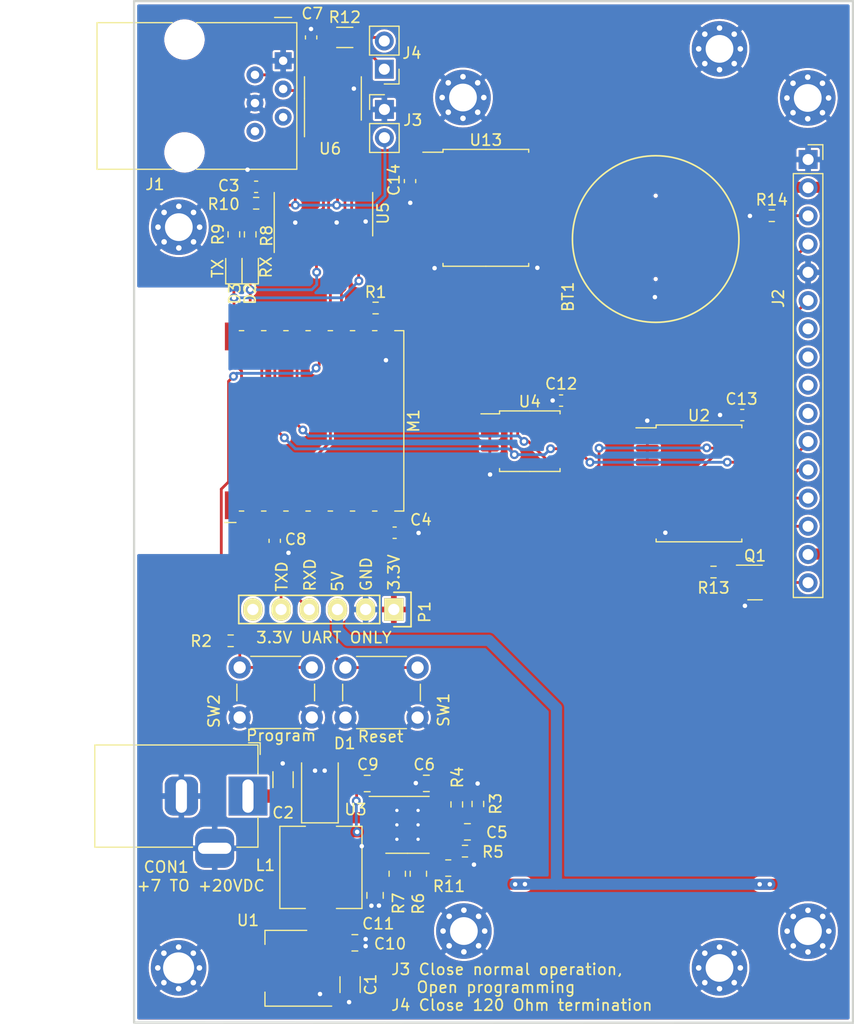
<source format=kicad_pcb>
(kicad_pcb (version 20210424) (generator pcbnew)
  (layers (0 "F.Cu" signal) (31 "B.Cu" signal) (34 "B.Paste" user) (35 "F.Paste" user) (36 "B.SilkS" user "B.Silkscreen") (37 "F.SilkS" user "F.Silkscreen") (38 "B.Mask" user) (39 "F.Mask" user) (44 "Edge.Cuts" user))
  (net 0 "")
  (net 1 "+3V3")
  (net 2 "GND")
  (net 3 "LCD_RS")
  (net 4 "LCD_EN")
  (net 5 "LCD_DB4")
  (net 6 "LCD_DB5")
  (net 7 "LCD_DB6")
  (net 8 "LCD_DB7")
  (net 9 "LCD_BACKLIGHT")
  (net 10 "Net-(C5-Pad2)")
  (net 11 "Net-(M1-Pad12)")
  (net 12 "/SDA")
  (net 13 "/SCL")
  (net 14 "/RXD")
  (net 15 "/TXD")
  (net 19 "Net-(R2-Pad2)")
  (net 21 "Net-(M1-Pad10)")
  (net 25 "Net-(C5-Pad1)")
  (net 26 "Net-(BT1-Pad1)")
  (net 27 "Net-(C2-Pad1)")
  (net 28 "Net-(C6-Pad1)")
  (net 33 "/A")
  (net 34 "Net-(M1-Pad1)")
  (net 35 "Net-(C9-Pad1)")
  (net 36 "Net-(C9-Pad2)")
  (net 37 "Net-(R4-Pad1)")
  (net 39 "+5V")
  (net 46 "Net-(J2-Pad3)")
  (net 47 "Net-(U5-Pad8)")
  (net 48 "Net-(U5-Pad12)")
  (net 49 "Net-(D2-Pad2)")
  (net 50 "Net-(D3-Pad2)")
  (net 51 "/NORM{slash}PGM")
  (net 52 "Net-(J2-Pad16)")
  (net 53 "485_NRE")
  (net 54 "Net-(R11-Pad2)")
  (net 55 "Net-(R11-Pad1)")
  (net 56 "/B")
  (net 57 "Net-(J4-Pad2)")
  (net 58 "485_DE")
  (net 59 "Net-(Q1-Pad1)")
  (footprint "Pin_Headers:Pin_Header_Straight_1x06" (layer "F.Cu") (at 48.89 70.99 -90)
    (fp_text reference "P1")
    (fp_text value "Program")
  )
  (footprint "Button_Switch_THT:SW_PUSH_6mm" (layer "F.Cu") (at 44.53 76.22)
    (fp_text reference "SW1")
    (fp_text value "Reset")
  )
  (footprint "Button_Switch_THT:SW_PUSH_6mm" (layer "F.Cu") (at 35 76.21)
    (fp_text reference "SW2")
    (fp_text value "Program")
  )
  (footprint "RF_Module:ESP-07" (layer "F.Cu") (at 39.07 54.01 90)
    (fp_text reference "M1")
    (fp_text value "ESP-12")
  )
  (footprint "Capacitor_SMD:C_0603_1608Metric" (layer "F.Cu") (at 36.485 32.94 180)
    (fp_text reference "C3")
    (fp_text value "0.1uF")
  )
  (footprint "Capacitor_SMD:C_0603_1608Metric" (layer "F.Cu") (at 48.965 64.08)
    (fp_text reference "C4")
    (fp_text value "0.1uF")
  )
  (footprint "Resistor_SMD:R_0603_1608Metric" (layer "F.Cu") (at 34.19 73.81)
    (fp_text reference "R2")
    (fp_text value "100R")
  )
  (footprint "Ian's Footprints:CR1220SMD" (layer "F.Cu") (at 72.48 37.64 90)
    (fp_text reference "BT1")
    (fp_text value "CR1220")
  )
  (footprint "Resistor_SMD:R_0603_1608Metric" (layer "F.Cu") (at 82.94 35.54)
    (fp_text reference "R14")
    (fp_text value "1k43")
  )
  (footprint "Connector_BarrelJack:BarrelJack_Horizontal" (layer "F.Cu") (at 35.75 87.79)
    (fp_text reference "CON1")
    (fp_text value "+7 TO +20VDC")
  )
  (footprint "Capacitor_SMD:C_0603_1608Metric" (layer "F.Cu") (at 41.44 19.49 90)
    (fp_text reference "C7")
    (fp_text value "0.1uF")
  )
  (footprint "Resistor_SMD:R_0603_1608Metric" (layer "F.Cu") (at 47.25 43.85)
    (fp_text reference "R1")
    (fp_text value "1K")
  )
  (footprint "Connector_RJ:RJ12_Amphenol_54601" (layer "F.Cu") (at 38.92 21.59 -90)
    (fp_text reference "J1")
    (fp_text value "RJ12")
  )
  (footprint "Package_SO:SOIC-8_5.23x5.23mm_P1.27mm" (layer "F.Cu") (at 61.14 55.84)
    (fp_text reference "U4")
    (fp_text value "24C512")
  )
  (footprint "Package_SO:SOIC-8_3.9x4.9mm_P1.27mm" (layer "F.Cu") (at 43.4 24.98 90)
    (fp_text reference "U6")
    (fp_text value "MAX485")
  )
  (footprint "Capacitor_SMD:C_0603_1608Metric" (layer "F.Cu") (at 38.16 64.81 -90)
    (fp_text reference "C8")
    (fp_text value "0.1uF")
  )
  (footprint "Package_SO:SOIC-16W_7.5x10.3mm_P1.27mm" (layer "F.Cu") (at 76.38 59.64)
    (fp_text reference "U2")
    (fp_text value "PCF8574")
  )
  (footprint "MountingHole:MountingHole_2.5mm_Pad_Via" (layer "F.Cu") (at 55.12 24.9)
    (fp_text reference "H4" hide)
    (fp_text value "MountingHole_Pad" hide)
  )
  (footprint "Capacitor_SMD:C_0805_2012Metric" (layer "F.Cu") (at 46.49 86.66 180)
    (fp_text reference "C9")
    (fp_text value "10nf")
  )
  (footprint "Capacitor_SMD:C_0603_1608Metric" (layer "F.Cu") (at 50.35 32.425 -90)
    (fp_text reference "C14")
    (fp_text value "0.1uF")
  )
  (footprint "LED_SMD:LED_0603_1608Metric" (layer "F.Cu") (at 34.48 40.19125 90)
    (fp_text reference "D3")
    (fp_text value "TX")
  )
  (footprint "Inductor_SMD:L_7.3x7.3_H3.5" (layer "F.Cu") (at 42.32 94.21 -90)
    (fp_text reference "L1")
    (fp_text value "10uH")
  )
  (footprint "Package_TO_SOT_SMD:SOT-23" (layer "F.Cu") (at 81.43 68.56)
    (fp_text reference "Q1")
    (fp_text value "AO3400")
  )
  (footprint "Resistor_SMD:R_1206_3216Metric" (layer "F.Cu") (at 44.47 19.49)
    (fp_text reference "R12")
    (fp_text value "120R")
  )
  (footprint "Capacitor_SMD:C_0805_2012Metric" (layer "F.Cu") (at 47.2 96.73 -90)
    (fp_text reference "C11")
    (fp_text value "22uF")
  )
  (footprint "Diode_SMD:D_SMA" (layer "F.Cu") (at 42.23 86.8 90)
    (fp_text reference "D1")
    (fp_text value "SS16")
  )
  (footprint "MountingHole:MountingHole_2.5mm_Pad_Via" (layer "F.Cu") (at 29.5 103.26)
    (fp_text reference "H6" hide)
    (fp_text value "MountingHole_Pad" hide)
  )
  (footprint "Resistor_SMD:R_0603_1608Metric" (layer "F.Cu") (at 54.56 88.54 90)
    (fp_text reference "R4")
    (fp_text value "100k")
  )
  (footprint "Resistor_SMD:R_0603_1608Metric" (layer "F.Cu") (at 34.48 37.22125 90)
    (fp_text reference "R9")
    (fp_text value "1k")
  )
  (footprint "Package_SO:HSOP-8-1EP_3.9x4.9mm_P1.27mm_EP2.41x3.1mm_ThermalVias" (layer "F.Cu") (at 50.12 90.38)
    (fp_text reference "U3")
    (fp_text value "MP2363")
  )
  (footprint "MountingHole:MountingHole_2.5mm_Pad_Via" (layer "F.Cu") (at 86.18 24.94)
    (fp_text reference "H2" hide)
    (fp_text value "MountingHole_Pad" hide)
  )
  (footprint "MountingHole:MountingHole_2.5mm_Pad_Via" (layer "F.Cu") (at 86.2 99.95)
    (fp_text reference "H1" hide)
    (fp_text value "MountingHole_Pad" hide)
  )
  (footprint "Package_TO_SOT_SMD:SOT-223-3_TabPin2" (layer "F.Cu") (at 39.19 103.29 180)
    (fp_text reference "U1")
    (fp_text value "AP1117")
  )
  (footprint "Capacitor_SMD:C_0805_2012Metric" (layer "F.Cu") (at 51.82 86.65 180)
    (fp_text reference "C6")
    (fp_text value "0.47uF")
  )
  (footprint "Connector_PinHeader_2.54mm:PinHeader_1x02_P2.54mm_Vertical" (layer "F.Cu") (at 48.03 22.35 180)
    (fp_text reference "J4")
    (fp_text value "Conn_01x02_Male")
  )
  (footprint "MountingHole:MountingHole_2.5mm_Pad_Via" (layer "F.Cu") (at 29.52 36.57)
    (fp_text reference "H5" hide)
    (fp_text value "MountingHole_Pad" hide)
  )
  (footprint "Connector_PinSocket_2.54mm:PinSocket_1x16_P2.54mm_Vertical" (layer "F.Cu") (at 86.21 30.48)
    (fp_text reference "J2")
    (fp_text value "Display")
  )
  (footprint "Resistor_SMD:R_0805_2012Metric" (layer "F.Cu") (at 51.1 94.7825 90)
    (fp_text reference "R6")
    (fp_text value "56k")
  )
  (footprint "Resistor_SMD:R_0603_1608Metric" (layer "F.Cu") (at 36.49 34.42)
    (fp_text reference "R10")
    (fp_text value "1k")
  )
  (footprint "Capacitor_SMD:C_0603_1608Metric" (layer "F.Cu") (at 63.9575 52.185 180)
    (fp_text reference "C12")
    (fp_text value "0.1uF")
  )
  (footprint "LED_SMD:LED_0603_1608Metric" (layer "F.Cu") (at 35.95 40.19125 90)
    (fp_text reference "D2")
    (fp_text value "RX")
  )
  (footprint "Connector_PinHeader_2.54mm:PinHeader_1x02_P2.54mm_Vertical" (layer "F.Cu") (at 48.04 25.975)
    (fp_text reference "J3")
    (fp_text value "Conn_01x02_Male")
  )
  (footprint "MountingHole:MountingHole_2.5mm_Pad_Via" (layer "F.Cu") (at 55.2 99.94)
    (fp_text reference "H3" hide)
    (fp_text value "MountingHole_Pad" hide)
  )
  (footprint "Capacitor_SMD:C_1206_3216Metric" (layer "F.Cu") (at 44.95 104.765 -90)
    (fp_text reference "C1")
    (fp_text value "22uF")
  )
  (footprint "Resistor_SMD:R_0805_2012Metric" (layer "F.Cu") (at 53.7925 94.27)
    (fp_text reference "R11")
    (fp_text value "1k43")
  )
  (footprint "Resistor_SMD:R_0603_1608Metric" (layer "F.Cu") (at 55.3 92.75 180)
    (fp_text reference "R5")
    (fp_text value "10k")
  )
  (footprint "Resistor_SMD:R_0805_2012Metric" (layer "F.Cu") (at 49.2 94.7825 90)
    (fp_text reference "R7")
    (fp_text value "180k")
  )
  (footprint "Capacitor_SMD:C_1206_3216Metric" (layer "F.Cu") (at 38.91 86.31 90)
    (fp_text reference "C2")
    (fp_text value "47uF")
  )
  (footprint "Capacitor_SMD:C_0603_1608Metric" (layer "F.Cu") (at 80.28 53.49 180)
    (fp_text reference "C13")
    (fp_text value "0.1uF")
  )
  (footprint "Resistor_SMD:R_0603_1608Metric" (layer "F.Cu") (at 56.46 88.5 90)
    (fp_text reference "R3")
    (fp_text value "6k49")
  )
  (footprint "Capacitor_SMD:C_0805_2012Metric" (layer "F.Cu") (at 45.38 101)
    (fp_text reference "C10")
    (fp_text value "22uF")
  )
  (footprint "Resistor_SMD:R_0603_1608Metric" (layer "F.Cu") (at 35.95 37.22125 90)
    (fp_text reference "R8")
    (fp_text value "1k")
  )
  (footprint "Package_SO:SOIC-16W_7.5x10.3mm_P1.27mm" (layer "F.Cu") (at 57.18 34.83)
    (fp_text reference "U13")
    (fp_text value "DS3231M")
  )
  (footprint "MountingHole:MountingHole_2.5mm_Pad_Via" (layer "F.Cu") (at 78.23 20.52)
    (fp_text reference "H7" hide)
    (fp_text value "MountingHole_Pad" hide)
  )
  (footprint "Package_SO:SOIC-14_3.9x8.7mm_P1.27mm" (layer "F.Cu") (at 42.55 35.4025 90)
    (fp_text reference "U5")
    (fp_text value "74125")
  )
  (footprint "MountingHole:MountingHole_2.5mm_Pad_Via" (layer "F.Cu") (at 78.23 103.26)
    (fp_text reference "H8" hide)
    (fp_text value "MountingHole_Pad" hide)
  )
  (footprint "Capacitor_SMD:C_0805_2012Metric" (layer "F.Cu") (at 55.52 91.01)
    (fp_text reference "C5")
    (fp_text value "10nF")
  )
  (footprint "Resistor_SMD:R_0603_1608Metric" (layer "F.Cu") (at 77.69 67.62 180)
    (fp_text reference "R13")
    (fp_text value "1k")
  )
  (gr_line (start 90.25 16.22) (end 90.25 108.2) (angle 90) (layer "Edge.Cuts") (width 0.2))
  (gr_line (start 25.49 16.22) (end 90.25 16.22) (angle 90) (layer "Edge.Cuts") (width 0.2))
  (gr_line (start 25.49 108.18) (end 25.49 16.22) (angle 90) (layer "Edge.Cuts") (width 0.2))
  (gr_line (start 90.25 108.2) (end 25.49 108.18) (angle 90) (layer "Edge.Cuts") (width 0.2))
  (gr_text "5V\n" (at 43.82 68.47 90) (layer "F.SilkS") (effects (font (size 1 1))))
  (gr_text "TXD" (at 38.8 68.02 90) (layer "F.SilkS") (effects (font (size 1 1))))
  (gr_text "RXD" (at 41.34 67.88 90) (layer "F.SilkS") (effects (font (size 1 1))))
  (gr_text "3.3V" (at 48.9 67.65 90) (layer "F.SilkS") (effects (font (size 1 1))))
  (gr_text "GND" (at 46.4 67.81 90) (layer "F.SilkS") (effects (font (size 1 1))))
  (gr_text "J3 Close normal operation,\n   Open programming\nJ4 Close 120 Ohm termination" (at 48.56 105) (layer "F.SilkS") (effects (font (size 1 1)) (justify left)))
  (gr_text "3.3V UART ONLY" (at 42.59 73.52) (layer "F.SilkS") (effects (font (size 1 1))))
  (segment (start 52.53 40.23) (end 52.56 40.26) (width 0.25) (layer "F.Cu") (net 2))
  (segment (start 50.37 33.29) (end 50.37 34.38) (width 0.25) (layer "F.Cu") (net 2))
  (segment (start 63.1825 54.65) (end 63.7375 55.205) (width 0.25) (layer "F.Cu") (net 2))
  (segment (start 56.46 87.675) (end 56.46 86.68) (width 0.25) (layer "F.Cu") (net 2))
  (segment (start 80.4925 70.6325) (end 80.52 70.66) (width 0.25) (layer "F.Cu") (net 2))
  (segment (start 40.01 37.8775) (end 40.01 36.16) (width 0.25) (layer "F.Cu") (net 2))
  (segment (start 45.29 24.1) (end 45.305 24.085) (width 0.25) (layer "F.Cu") (net 2))
  (segment (start 56.11 93.96) (end 56.125 93.945) (width 0.25) (layer "F.Cu") (net 2))
  (segment (start 80.97 35.56) (end 82.095 35.56) (width 0.25) (layer "F.Cu") (net 2))
  (segment (start 80.4925 69.51) (end 80.4925 70.6325) (width 0.25) (layer "F.Cu") (net 2))
  (segment (start 57.54 58.82) (end 57.56 58.84) (width 0.25) (layer "F.Cu") (net 2))
  (segment (start 43.82 36.2325) (end 43.74 36.1525) (width 0.25) (layer "F.Cu") (net 2))
  (segment (start 71.73 64.085) (end 73.345 64.085) (width 0.25) (layer "F.Cu") (net 2))
  (segment (start 45.305 24.085) (end 45.305 22.505) (width 0.25) (layer "F.Cu") (net 2))
  (segment (start 46.36 37.8775) (end 46.36 36.0725) (width 0.25) (layer "F.Cu") (net 2))
  (segment (start 52.53 35.465) (end 52.53 39.275) (width 0.25) (layer "F.Cu") (net 2))
  (segment (start 51.1 64.08) (end 51.12 64.1) (width 0.25) (layer "F.Cu") (net 2))
  (segment (start 52.53 39.275) (end 52.53 40.23) (width 0.25) (layer "F.Cu") (net 2))
  (segment (start 43.82 37.8775) (end 43.82 36.2325) (width 0.25) (layer "F.Cu") (net 2))
  (segment (start 63.7375 55.205) (end 64.74 55.205) (width 0.25) (layer "F.Cu") (net 2))
  (segment (start 73.345 64.085) (end 73.35 64.08) (width 0.25) (layer "F.Cu") (net 2))
  (segment (start 43.985 106.245) (end 44.86 106.245) (width 0.25) (layer "F.Cu") (net 2))
  (segment (start 72.38 42.9) (end 72.38 45.64) (width 0.25) (layer "F.Cu") (net 2))
  (segment (start 57.54 53.935) (end 57.54 57.745) (width 0.25) (layer "F.Cu") (net 2))
  (segment (start 43.33 105.59) (end 43.985 106.245) (width 0.25) (layer "F.Cu") (net 2))
  (segment (start 56.125 93.945) (end 56.125 92.75) (width 0.25) (layer "F.Cu") (net 2))
  (segment (start 61.83 39.275) (end 61.83 40.24) (width 0.25) (layer "F.Cu") (net 2))
  (segment (start 63.1825 52.185) (end 63.1825 54.65) (width 0.25) (layer "F.Cu") (net 2))
  (segment (start 78.28 53.48) (end 79.495 53.48) (width 0.25) (layer "F.Cu") (net 2))
  (segment (start 48.17 43.945) (end 48.17 46.41) (width 0.25) (layer "F.Cu") (net 2))
  (segment (start 39.4 65.89) (end 39.37 65.89) (width 0.25) (layer "F.Cu") (net 2))
  (segment (start 72.41 42.87) (end 72.38 42.9) (width 0.25) (layer "F.Cu") (net 2))
  (segment (start 39.065 65.585) (end 38.16 65.585) (width 0.25) (layer "F.Cu") (net 2))
  (segment (start 46 92.3) (end 47.455 92.3) (width 0.25) (layer "F.Cu") (net 2))
  (segment (start 42.34 105.59) (end 43.33 105.59) (width 0.25) (layer "F.Cu") (net 2))
  (segment (start 35.71 31.4) (end 35.71 32.94) (width 0.25) (layer "F.Cu") (net 2))
  (segment (start 61.83 34.195) (end 61.83 39.275) (width 0.25) (layer "F.Cu") (net 2))
  (segment (start 71.73 57.735) (end 71.73 54) (width 0.25) (layer "F.Cu") (net 2))
  (segment (start 39.37 65.89) (end 39.065 65.585) (width 0.25) (layer "F.Cu") (net 2))
  (segment (start 48.18 48.55) (end 48.18 46.42) (width 0.25) (layer "F.Cu") (net 2))
  (segment (start 49.74 64.08) (end 51.1 64.08) (width 0.25) (layer "F.Cu") (net 2))
  (segment (start 71.73 54) (end 71.72 53.99) (width 0.25) (layer "F.Cu") (net 2))
  (segment (start 57.54 57.745) (end 57.54 58.82) (width 0.25) (layer "F.Cu") (net 2))
  (segment (start 46.36 36.0725) (end 46.35 36.0625) (width 0.25) (layer "F.Cu") (net 2))
  (segment (start 56.46 86.68) (end 56.44 86.66) (width 0.25) (layer "F.Cu") (net 2))
  (via (at 39.4 65.89) (size 0.8) (drill 0.4) (layers "F.Cu" "B.Cu") (net 2))
  (via (at 50.87 86.62) (size 0.8) (drill 0.4) (layers "F.Cu" "B.Cu") (net 2))
  (via (at 35.71 31.4) (size 0.8) (drill 0.4) (layers "F.Cu" "B.Cu") (net 2))
  (via (at 50.37 34.38) (size 0.8) (drill 0.4) (layers "F.Cu" "B.Cu") (net 2))
  (via (at 44.86 106.34) (size 0.8) (drill 0.4) (layers "F.Cu" "B.Cu") (net 2))
  (via (at 80.52 70.66) (size 0.8) (drill 0.4) (layers "F.Cu" "B.Cu") (net 2))
  (via (at 43.74 36.1525) (size 0.8) (drill 0.4) (layers "F.Cu" "B.Cu") (net 2))
  (via (at 72.41 42.87) (size 0.8) (drill 0.4) (layers "F.Cu" "B.Cu") (net 2))
  (via (at 41.79 85.5) (size 0.8) (drill 0.4) (layers "F.Cu" "B.Cu") (net 2))
  (via (at 61.82 40.23) (size 0.8) (drill 0.4) (layers "F.Cu" "B.Cu") (net 2))
  (via (at 42.24 105.61) (size 0.8) (drill 0.4) (layers "F.Cu" "B.Cu") (net 2))
  (via (at 73.35 64.08) (size 0.8) (drill 0.4) (layers "F.Cu" "B.Cu") (net 2))
  (via (at 57.56 58.84) (size 0.8) (drill 0.4) (layers "F.Cu" "B.Cu") (net 2))
  (via (at 38.88 84.85) (size 0.8) (drill 0.4) (layers "F.Cu" "B.Cu") (net 2))
  (via (at 51.12 64.1) (size 0.8) (drill 0.4) (layers "F.Cu" "B.Cu") (net 2))
  (via (at 78.28 53.48) (size 0.8) (drill 0.4) (layers "F.Cu" "B.Cu") (net 2))
  (via (at 48.18 48.55) (size 0.8) (drill 0.4) (layers "F.Cu" "B.Cu") (net 2))
  (via (at 71.72 53.99) (size 0.8) (drill 0.4) (layers "F.Cu" "B.Cu") (net 2))
  (via (at 46.35 100.67) (size 0.8) (drill 0.4) (layers "F.Cu" "B.Cu") (net 2))
  (via (at 46.35 36.0625) (size 0.8) (drill 0.4) (layers "F.Cu" "B.Cu") (net 2))
  (via (at 56.44 86.66) (size 0.8) (drill 0.4) (layers "F.Cu" "B.Cu") (net 2))
  (via (at 40.01 36.16) (size 0.8) (drill 0.4) (layers "F.Cu" "B.Cu") (net 2))
  (via (at 46 92.3) (size 0.8) (drill 0.4) (layers "F.Cu" "B.Cu") (net 2))
  (via (at 41.43 18.73) (size 0.8) (drill 0.4) (layers "F.Cu" "B.Cu") (net 2))
  (via (at 56.11 93.96) (size 0.8) (drill 0.4) (layers "F.Cu" "B.Cu") (net 2))
  (via (at 42.66 85.5) (size 0.8) (drill 0.4) (layers "F.Cu" "B.Cu") (net 2))
  (via (at 63.1975 52.175) (size 0.8) (drill 0.4) (layers "F.Cu" "B.Cu") (net 2))
  (via (at 47.55 97.65) (size 0.8) (drill 0.4) (layers "F.Cu" "B.Cu") (net 2))
  (via (at 46.87 97.66) (size 0.8) (drill 0.4) (layers "F.Cu" "B.Cu") (net 2))
  (via (at 52.56 40.26) (size 0.8) (drill 0.4) (layers "F.Cu" "B.Cu") (net 2))
  (via (at 46.35 101.3) (size 0.8) (drill 0.4) (layers "F.Cu" "B.Cu") (net 2))
  (via (at 80.97 35.56) (size 0.8) (drill 0.4) (layers "F.Cu" "B.Cu") (net 2))
  (via (at 45.29 24.1) (size 0.8) (drill 0.4) (layers "F.Cu" "B.Cu") (net 2))
  (segment (start 79.29453 57.005489) (end 79.378561 57.08952) (width 0.25) (layer "F.Cu") (net 3))
  (segment (start 84.47048 39.83952) (end 86.21 38.1) (width 0.25) (layer "F.Cu") (net 3))
  (segment (start 75.875 59.005) (end 77.874511 57.005489) (width 0.25) (layer "F.Cu") (net 3))
  (segment (start 84.47048 55.69952) (end 84.47048 39.83952) (width 0.25) (layer "F.Cu") (net 3))
  (segment (start 79.378561 57.08952) (end 83.08048 57.08952) (width 0.25) (layer "F.Cu") (net 3))
  (segment (start 83.08048 57.08952) (end 84.47048 55.69952) (width 0.25) (layer "F.Cu") (net 3))
  (segment (start 71.73 59.005) (end 75.875 59.005) (width 0.25) (layer "F.Cu") (net 3))
  (segment (start 77.874511 57.005489) (end 79.29453 57.005489) (width 0.25) (layer "F.Cu") (net 3))
  (segment (start 79.130894 59.20096) (end 76.72904 59.20096) (width 0.25) (layer "F.Cu") (net 4))
  (segment (start 75.655 60.275) (end 71.73 60.275) (width 0.25) (layer "F.Cu") (net 4))
  (segment (start 84.92 56.24) (end 82.77952 58.38048) (width 0.25) (layer "F.Cu") (net 4))
  (segment (start 82.77952 58.38048) (end 79.951374 58.38048) (width 0.25) (layer "F.Cu") (net 4))
  (segment (start 84.92 44.47) (end 84.92 56.24) (width 0.25) (layer "F.Cu") (net 4))
  (segment (start 86.21 43.18) (end 84.92 44.47) (width 0.25) (layer "F.Cu") (net 4))
  (segment (start 79.951374 58.38048) (end 79.130894 59.20096) (width 0.25) (layer "F.Cu") (net 4))
  (segment (start 76.72904 59.20096) (end 75.655 60.275) (width 0.25) (layer "F.Cu") (net 4))
  (segment (start 75.625 61.545) (end 77.51952 59.65048) (width 0.25) (layer "F.Cu") (net 5))
  (segment (start 71.73 61.545) (end 75.625 61.545) (width 0.25) (layer "F.Cu") (net 5))
  (segment (start 82.50952 59.65048) (end 86.21 55.95) (width 0.25) (layer "F.Cu") (net 5))
  (segment (start 77.51952 59.65048) (end 82.50952 59.65048) (width 0.25) (layer "F.Cu") (net 5))
  (segment (start 82.82952 60.92048) (end 77.73952 60.92048) (width 0.25) (layer "F.Cu") (net 6))
  (segment (start 86.21 58.42) (end 85.33 58.42) (width 0.25) (layer "F.Cu") (net 6))
  (segment (start 77.73952 60.92048) (end 75.845 62.815) (width 0.25) (layer "F.Cu") (net 6))
  (segment (start 85.33 58.42) (end 82.82952 60.92048) (width 0.25) (layer "F.Cu") (net 6))
  (segment (start 75.845 62.815) (end 71.73 62.815) (width 0.25) (layer "F.Cu") (net 6))
  (segment (start 84.38 60.96) (end 86.21 60.96) (width 0.25) (layer "F.Cu") (net 7))
  (segment (start 81.03 61.545) (end 83.795 61.545) (width 0.25) (layer "F.Cu") (net 7))
  (segment (start 83.795 61.545) (end 84.38 60.96) (width 0.25) (layer "F.Cu") (net 7))
  (segment (start 83.895 62.815) (end 84.58 63.5) (width 0.25) (layer "F.Cu") (net 8))
  (segment (start 84.58 63.5) (end 86.21 63.5) (width 0.25) (layer "F.Cu") (net 8))
  (segment (start 81.03 62.815) (end 83.895 62.815) (width 0.25) (layer "F.Cu") (net 8))
  (segment (start 78.335 64.085) (end 81.03 64.085) (width 0.25) (layer "F.Cu") (net 9))
  (segment (start 76.865 67.62) (end 76.865 65.555) (width 0.25) (layer "F.Cu") (net 9))
  (segment (start 76.865 65.555) (end 78.335 64.085) (width 0.25) (layer "F.Cu") (net 9))
  (segment (start 56.46 91) (end 56.46 89.325) (width 0.25) (layer "F.Cu") (net 10))
  (segment (start 34 50.4455) (end 34 59.5) (width 0.25) (layer "F.Cu") (net 11))
  (segment (start 34.4455 50) (end 34 50.4455) (width 0.25) (layer "F.Cu") (net 11))
  (segment (start 41.89 49.26) (end 42.17 48.98) (width 0.25) (layer "F.Cu") (net 11))
  (segment (start 42.17 48.98) (end 42.17 46.41) (width 0.25) (layer "F.Cu") (net 11))
  (segment (start 34 59.5) (end 33.345489 60.154511) (width 0.25) (layer "F.Cu") (net 11))
  (segment (start 33.345489 60.154511) (end 33.345489 73.790489) (width 0.25) (layer "F.Cu") (net 11))
  (via (at 41.89 49.26) (size 0.8) (drill 0.4) (layers "F.Cu" "B.Cu") (net 11))
  (via (at 34.4455 50) (size 0.8) (drill 0.4) (layers "F.Cu" "B.Cu") (net 11))
  (segment (start 41.42 49.73) (end 41.89 49.26) (width 0.25) (layer "B.Cu") (net 11))
  (segment (start 34.7155 49.73) (end 41.42 49.73) (width 0.25) (layer "B.Cu") (net 11))
  (segment (start 34.4455 50) (end 34.7155 49.73) (width 0.25) (layer "B.Cu") (net 11))
  (segment (start 64.74 57.745) (end 65.459511 58.464511) (width 0.25) (layer "F.Cu") (net 12))
  (segment (start 40.69 54.83) (end 40.17 54.31) (width 0.25) (layer "F.Cu") (net 12))
  (segment (start 77.08 56.44) (end 77.105 56.465) (width 0.25) (layer "F.Cu") (net 12))
  (segment (start 61.025 31.655) (end 60.05 32.63) (width 0.25) (layer "F.Cu") (net 12))
  (segment (start 62.895 57.745) (end 64.74 57.745) (width 0.25) (layer "F.Cu") (net 12))
  (segment (start 60.62 55.86) (end 61.01 55.86) (width 0.25) (layer "F.Cu") (net 12))
  (segment (start 65.459511 58.464511) (end 66.907766 58.464511) (width 0.25) (layer "F.Cu") (net 12))
  (segment (start 67.38 56.47) (end 67.375 56.475) (width 0.25) (layer "F.Cu") (net 12))
  (segment (start 66.907766 58.464511) (end 67.38 57.992277) (width 0.25) (layer "F.Cu") (net 12))
  (segment (start 40.17 54.31) (end 40.17 46.41) (width 0.25) (layer "F.Cu") (net 12))
  (segment (start 77.105 56.465) (end 81.03 56.465) (width 0.25) (layer "F.Cu") (net 12))
  (segment (start 60.05 55.29) (end 60.62 55.86) (width 0.25) (layer "F.Cu") (net 12))
  (segment (start 61.01 55.86) (end 62.895 57.745) (width 0.25) (layer "F.Cu") (net 12))
  (segment (start 60.05 32.63) (end 60.05 55.29) (width 0.25) (layer "F.Cu") (net 12))
  (segment (start 67.38 57.992277) (end 67.38 56.47) (width 0.25) (layer "F.Cu") (net 12))
  (via (at 60.62 55.86) (size 0.8) (drill 0.4) (layers "F.Cu" "B.Cu") (net 12))
  (via (at 40.69 54.83) (size 0.8) (drill 0.4) (layers "F.Cu" "B.Cu") (net 12))
  (via (at 67.38 56.47) (size 0.8) (drill 0.4) (layers "F.Cu" "B.Cu") (net 12))
  (via (at 77.08 56.44) (size 0.8) (drill 0.4) (layers "F.Cu" "B.Cu") (net 12))
  (segment (start 67.38 56.47) (end 67.4 56.45) (width 0.25) (layer "B.Cu") (net 12))
  (segment (start 77.07 56.45) (end 77.08 56.44) (width 0.25) (layer "B.Cu") (net 12))
  (segment (start 41.23 55.37) (end 40.69 54.83) (width 0.25) (layer "B.Cu") (net 12))
  (segment (start 60.13 55.37) (end 41.23 55.37) (width 0.25) (layer "B.Cu") (net 12))
  (segment (start 60.62 55.86) (end 60.13 55.37) (width 0.25) (layer "B.Cu") (net 12))
  (segment (start 67.4 56.45) (end 77.07 56.45) (width 0.25) (layer "B.Cu") (net 12))
  (segment (start 59.75 57.05) (end 59.46 56.76) (width 0.25) (layer "F.Cu") (net 13))
  (segment (start 65.295 56.475) (end 66.56 57.74) (width 0.25) (layer "F.Cu") (net 13))
  (segment (start 81.03 57.735) (end 78.935 57.735) (width 0.25) (layer "F.Cu") (net 13))
  (segment (start 38.17 46.41) (end 38.17 54.68) (width 0.25) (layer "F.Cu") (net 13))
  (segment (start 59.46 56.76) (end 59.46 31.73) (width 0.25) (layer "F.Cu") (net 13))
  (segment (start 78.935 57.735) (end 78.93 57.73) (width 0.25) (layer "F.Cu") (net 13))
  (segment (start 38.17 54.68) (end 39.03 55.54) (width 0.25) (layer "F.Cu") (net 13))
  (segment (start 63.01 56.52) (end 64.695 56.52) (width 0.25) (layer "F.Cu") (net 13))
  (segment (start 59.46 31.73) (end 60.805 30.385) (width 0.25) (layer "F.Cu") (net 13))
  (segment (start 60.805 30.385) (end 61.83 30.385) (width 0.25) (layer "F.Cu") (net 13))
  (via (at 63.01 56.52) (size 0.8) (drill 0.4) (layers "F.Cu" "B.Cu") (net 13))
  (via (at 39.03 55.54) (size 0.8) (drill 0.4) (layers "F.Cu" "B.Cu") (net 13))
  (via (at 78.93 57.73) (size 0.8) (drill 0.4) (layers "F.Cu" "B.Cu") (net 13))
  (via (at 66.56 57.74) (size 0.8) (drill 0.4) (layers "F.Cu" "B.Cu") (net 13))
  (via (at 59.75 57.05) (size 0.8) (drill 0.4) (layers "F.Cu" "B.Cu") (net 13))
  (segment (start 40.02 56.53) (end 39.03 55.54) (width 0.25) (layer "B.Cu") (net 13))
  (segment (start 59.23 56.53) (end 40.02 56.53) (width 0.25) (layer "B.Cu") (net 13))
  (segment (start 62.48 57.05) (end 63.01 56.52) (width 0.25) (layer "B.Cu") (net 13))
  (segment (start 59.75 57.05) (end 59.23 56.53) (width 0.25) (layer "B.Cu") (net 13))
  (segment (start 78.92 57.74) (end 78.93 57.73) (width 0.25) (layer "B.Cu") (net 13))
  (segment (start 59.75 57.05) (end 62.48 57.05) (width 0.25) (layer "B.Cu") (net 13))
  (segment (start 66.56 57.74) (end 78.92 57.74) (width 0.25) (layer "B.Cu") (net 13))
  (segment (start 41.92 35.48) (end 41.92 40.61) (width 0.25) (layer "F.Cu") (net 14))
  (segment (start 35.95 44.17) (end 36.17 44.39) (width 0.25) (layer "F.Cu") (net 14))
  (segment (start 36.994511 66.714511) (end 41.27 70.99) (width 0.25) (layer "F.Cu") (net 14))
  (segment (start 35.95 42.2055) (end 35.95 40.97875) (width 0.25) (layer "F.Cu") (net 14))
  (segment (start 36.17 48.46) (end 36.994511 49.284511) (width 0.25) (layer "F.Cu") (net 14))
  (segment (start 35.95 42.2055) (end 35.95 44.17) (width 0.25) (layer "F.Cu") (net 14))
  (segment (start 36.994511 49.284511) (end 36.994511 66.714511) (width 0.25) (layer "F.Cu") (net 14))
  (segment (start 42.55 32.9275) (end 42.55 34.85) (width 0.25) (layer "F.Cu") (net 14))
  (segment (start 41.92 40.61) (end 41.94 40.63) (width 0.25) (layer "F.Cu") (net 14))
  (segment (start 42.55 34.85) (end 41.92 35.48) (width 0.25) (layer "F.Cu") (net 14))
  (segment (start 36.17 44.39) (end 36.17 46.41) (width 0.25) (layer "F.Cu") (net 14))
  (segment (start 36.17 46.41) (end 36.17 48.46) (width 0.25) (layer "F.Cu") (net 14))
  (via (at 35.95 42.2055) (size 0.8) (drill 0.4) (layers "F.Cu" "B.Cu") (net 14))
  (via (at 41.94 40.63) (size 0.8) (drill 0.4) (layers "F.Cu" "B.Cu") (net 14))
  (segment (start 41.94 41.76) (end 41.94 40.63) (width 0.25) (layer "B.Cu") (net 14))
  (segment (start 35.95 42.2055) (end 41.4945 42.2055) (width 0.25) (layer "B.Cu") (net 14))
  (segment (start 41.4945 42.2055) (end 41.94 41.76) (width 0.25) (layer "B.Cu") (net 14))
  (segment (start 34.17 44.48) (end 34.17 46.41) (width 0.25) (layer "F.Cu") (net 15))
  (segment (start 38.73 69.49) (end 38.73 70.99) (width 0.25) (layer "F.Cu") (net 15))
  (segment (start 45.72 36.854354) (end 45.72 41.39) (width 0.25) (layer "F.Cu") (net 15))
  (segment (start 34.17 46.41) (end 34.17 48.52) (width 0.25) (layer "F.Cu") (net 15))
  (segment (start 34.49 42.93) (end 34.48 42.92) (width 0.25) (layer "F.Cu") (net 15))
  (segment (start 34.48 42.92) (end 34.48 40.97875) (width 0.25) (layer "F.Cu") (net 15))
  (segment (start 35.17 65.93) (end 38.73 69.49) (width 0.25) (layer "F.Cu") (net 15))
  (segment (start 34.49 44.16) (end 34.17 44.48) (width 0.25) (layer "F.Cu") (net 15))
  (segment (start 45.09 32.9275) (end 45.09 36.224354) (width 0.25) (layer "F.Cu") (net 15))
  (segment (start 45.72 41.39) (end 45.74 41.41) (width 0.25) (layer "F.Cu") (net 15))
  (segment (start 45.09 36.224354) (end 45.72 36.854354) (width 0.25) (layer "F.Cu") (net 15))
  (segment (start 34.49 42.93) (end 34.49 44.16) (width 0.25) (layer "F.Cu") (net 15))
  (segment (start 35.17 49.52) (end 35.17 65.93) (width 0.25) (layer "F.Cu") (net 15))
  (segment (start 34.17 48.52) (end 35.17 49.52) (width 0.25) (layer "F.Cu") (net 15))
  (via (at 34.49 42.93) (size 0.8) (drill 0.4) (layers "F.Cu" "B.Cu") (net 15))
  (via (at 45.74 41.41) (size 0.8) (drill 0.4) (layers "F.Cu" "B.Cu") (net 15))
  (segment (start 44.22 42.93) (end 45.74 41.41) (width 0.25) (layer "B.Cu") (net 15))
  (segment (start 34.49 42.93) (end 44.22 42.93) (width 0.25) (layer "B.Cu") (net 15))
  (segment (start 35 76.21) (end 41.5 76.21) (width 0.25) (layer "F.Cu") (net 19))
  (segment (start 35.015 73.81) (end 35.015 76.195) (width 0.25) (layer "F.Cu") (net 19))
  (segment (start 46.17 44.85) (end 46.17 46.41) (width 0.25) (layer "F.Cu") (net 21))
  (segment (start 46.425 43.85) (end 46.425 44.595) (width 0.25) (layer "F.Cu") (net 21))
  (segment (start 46.425 44.595) (end 46.17 44.85) (width 0.25) (layer "F.Cu") (net 21))
  (segment (start 52.77 91.015) (end 54.565 91.015) (width 0.25) (layer "F.Cu") (net 25))
  (segment (start 61.83 32.925) (end 71.245 32.925) (width 0.25) (layer "F.Cu") (net 26))
  (segment (start 71.245 32.925) (end 72.35 31.82) (width 0.25) (layer "F.Cu") (net 26))
  (segment (start 72.35 31.82) (end 72.35 29.64) (width 0.25) (layer "F.Cu") (net 26))
  (segment (start 44.97 84.82) (end 53.68 84.82) (width 1) (layer "F.Cu") (net 27))
  (segment (start 53.68 84.82) (end 54.56 85.7) (width 1) (layer "F.Cu") (net 27))
  (segment (start 44.08 86.79) (end 44.17 86.7) (width 1) (layer "F.Cu") (net 27))
  (segment (start 40.305 86.79) (end 44.08 86.79) (width 1) (layer "F.Cu") (net 27))
  (segment (start 35.75 87.79) (end 39.305 87.79) (width 1.2) (layer "F.Cu") (net 27))
  (segment (start 39.31 87.785) (end 40.305 86.79) (width 1) (layer "F.Cu") (net 27))
  (segment (start 54.56 85.7) (end 54.56 87.715) (width 1) (layer "F.Cu") (net 27))
  (segment (start 44.925 89.745) (end 44.17 88.99) (width 1) (layer "F.Cu") (net 27))
  (segment (start 47.47 89.745) (end 44.925 89.745) (width 1) (layer "F.Cu") (net 27))
  (segment (start 44.17 85.62) (end 44.97 84.82) (width 1) (layer "F.Cu") (net 27))
  (segment (start 44.17 86.7) (end 44.17 85.62) (width 1) (layer "F.Cu") (net 27))
  (segment (start 44.17 88.99) (end 44.17 86.7) (width 1) (layer "F.Cu") (net 27))
  (segment (start 52.77 86.65) (end 52.77 88.475) (width 0.25) (layer "F.Cu") (net 28))
  (segment (start 43.45048 24.26952) (end 44.035 23.685) (width 0.25) (layer "F.Cu") (net 33))
  (segment (start 46.67 20.91) (end 44.39 20.91) (width 0.25) (layer "F.Cu") (net 33))
  (segment (start 39.05952 24.26952) (end 43.45048 24.26952) (width 0.25) (layer "F.Cu") (net 33))
  (segment (start 44.39 20.91) (end 44.035 21.265) (width 0.25) (layer "F.Cu") (net 33))
  (segment (start 48.12 22.36) (end 46.67 20.91) (width 0.25) (layer "F.Cu") (net 33))
  (segment (start 44.035 21.265) (end 44.035 22.505) (width 0.25) (layer "F.Cu") (net 33))
  (segment (start 44.035 23.685) (end 44.035 22.505) (width 0.25) (layer "F.Cu") (net 33))
  (segment (start 39.71 73.98) (end 42.29 73.98) (width 0.25) (layer "F.Cu") (net 34))
  (segment (start 42.29 73.98) (end 44.53 76.22) (width 0.25) (layer "F.Cu") (net 34))
  (segment (start 37.45 71.72) (end 39.71 73.98) (width 0.25) (layer "F.Cu") (net 34))
  (segment (start 34.17 66.6) (end 37.45 69.88) (width 0.25) (layer "F.Cu") (net 34))
  (segment (start 44.53 76.22) (end 51.03 76.22) (width 0.25) (layer "F.Cu") (net 34))
  (segment (start 37.45 69.88) (end 37.45 71.72) (width 0.25) (layer "F.Cu") (net 34))
  (segment (start 34.17 61.61) (end 34.17 66.6) (width 0.25) (layer "F.Cu") (net 34))
  (segment (start 47.47 88.475) (end 47.47 86.69) (width 0.25) (layer "F.Cu") (net 35))
  (segment (start 45.585 91.015) (end 42.325 91.015) (width 1) (layer "F.Cu") (net 36))
  (segment (start 45.54 86.66) (end 45.54 88.2) (width 0.25) (layer "F.Cu") (net 36))
  (segment (start 45.54 88.2) (end 45.51 88.23) (width 0.25) (layer "F.Cu") (net 36))
  (segment (start 47.47 91.015) (end 45.585 91.015) (width 1) (layer "F.Cu") (net 36))
  (segment (start 42.23 88.8) (end 42.23 90.92) (width 1) (layer "F.Cu") (net 36))
  (via (at 45.585 91.015) (size 0.8) (drill 0.4) (layers "F.Cu" "B.Cu") (net 36))
  (via (at 45.51 88.23) (size 0.8) (drill 0.4) (layers "F.Cu" "B.Cu") (net 36))
  (segment (start 45.51 90.94) (end 45.585 91.015) (width 0.25) (layer "B.Cu") (net 36))
  (segment (start 45.51 88.23) (end 45.51 90.94) (width 0.25) (layer "B.Cu") (net 36))
  (segment (start 54.18 89.745) (end 54.56 89.365) (width 0.25) (layer "F.Cu") (net 37))
  (segment (start 52.77 89.745) (end 54.18 89.745) (width 0.25) (layer "F.Cu") (net 37))
  (segment (start 82.76 95.73) (end 81.85 95.73) (width 1) (layer "F.Cu") (net 39))
  (segment (start 83.95108 32.98108) (end 87.70162 32.98108) (width 1) (layer "F.Cu") (net 39))
  (segment (start 88.46892 66.00108) (end 88.46892 92.49108) (width 1) (layer "F.Cu") (net 39))
  (segment (start 40.965 20.265) (end 41.44 20.265) (width 1) (layer "F.Cu") (net 39))
  (segment (start 88.46892 92.49108) (end 85.23 95.73) (width 1) (layer "F.Cu") (net 39))
  (segment (start 44.42 100.99) (end 44.43 101) (width 1) (layer "F.Cu") (net 39))
  (segment (start 40.79998 17.56548) (end 40.26548 18.09998) (width 1) (layer "F.Cu") (net 39))
  (segment (start 43.44 17.59) (end 43.41548 17.56548) (width 1) (layer "F.Cu") (net 39))
  (segment (start 58.225 95.72) (end 58.235 95.73) (width 0.25) (layer "F.Cu") (net 39))
  (segment (start 87.70162 32.98108) (end 88.46892 33.74838) (width 1) (layer "F.Cu") (net 39))
  (segment (start 42.34 100.99) (end 44.42 100.99) (width 1) (layer "F.Cu") (net 39))
  (segment (start 88.46892 66.00108) (end 86.20162 66.00108) (width 1) (layer "F.Cu") (net 39))
  (segment (start 42.32 97.41) (end 42.32 100.97) (width 1) (layer "F.Cu") (net 39))
  (segment (start 44.77 95.72) (end 43.04 97.45) (width 1) (layer "F.Cu") (net 39))
  (segment (start 85.23 95.73) (end 82.76 95.73) (width 1) (layer "F.Cu") (net 39))
  (segment (start 88.46892 33.74838) (end 88.46892 66.00108) (width 1) (layer "F.Cu") (net 39))
  (segment (start 40.26548 18.09998) (end 40.26548 19.56548) (width 1) (layer "F.Cu") (net 39))
  (segment (start 41.45 19.98) (end 41.45 22.46) (width 0.25) (layer "F.Cu") (net 39))
  (segment (start 60.7 95.72) (end 44.77 95.72) (width 1) (layer "F.Cu") (net 39))
  (segment (start 40.26548 19.56548) (end 40.965 20.265) (width 1) (layer "F.Cu") (net 39))
  (segment (start 56.295 95.72) (end 58.225 95.72) (width 0.25) (layer "F.Cu") (net 39))
  (segment (start 43.41548 17.56548) (end 40.79998 17.56548) (width 1) (layer "F.Cu") (net 39))
  (segment (start 43.44 17.59) (end 68.56 17.59) (width 1) (layer "F.Cu") (net 39))
  (segment (start 68.56 17.59) (end 83.95108 32.98108) (width 1) (layer "F.Cu") (net 39))
  (via (at 60.7 95.72) (size 0.8) (drill 0.4) (layers "F.Cu" "B.Cu") (net 39))
  (via (at 59.82 95.73) (size 0.8) (drill 0.4) (layers "F.Cu" "B.Cu") (net 39))
  (via (at 81.85 95.73) (size 0.8) (drill 0.4) (layers "F.Cu" "B.Cu") (net 39))
  (via (at 82.76 95.73) (size 0.8) (drill 0.4) (layers "F.Cu" "B.Cu") (net 39))
  (segment (start 57.45 73.77) (end 44.76 73.77) (width 1) (layer "B.Cu") (net 39))
  (segment (start 63.54 95.73) (end 82.76 95.73) (width 1) (layer "B.Cu") (net 39))
  (segment (start 63.54 79.86) (end 57.45 73.77) (width 1) (layer "B.Cu") (net 39))
  (segment (start 44.76 73.77) (end 43.81 72.82) (width 1) (layer "B.Cu") (net 39))
  (segment (start 63.54 95.73) (end 63.54 79.86) (width 1) (layer "B.Cu") (net 39))
  (segment (start 59.82 95.73) (end 63.54 95.73) (width 1) (layer "B.Cu") (net 39))
  (segment (start 43.81 72.82) (end 43.81 70.99) (width 1) (layer "B.Cu") (net 39))
  (segment (start 83.765 35.54) (end 86.1827 35.54) (width 0.25) (layer "F.Cu") (net 46))
  (segment (start 45.305 29.245) (end 46.38 30.32) (width 0.25) (layer "F.Cu") (net 47))
  (segment (start 45.305 27.455) (end 45.305 29.245) (width 0.25) (layer "F.Cu") (net 47))
  (segment (start 46.38 30.32) (end 46.38 32.305) (width 0.25) (layer "F.Cu") (net 47))
  (segment (start 41.495 27.455) (end 41.495 29.835) (width 0.25) (layer "F.Cu") (net 48))
  (segment (start 41.3 30.03) (end 41.3 32.305) (width 0.25) (layer "F.Cu") (net 48))
  (segment (start 41.495 29.835) (end 41.3 30.03) (width 0.25) (layer "F.Cu") (net 48))
  (segment (start 35.95 39.40375) (end 35.95 38.04625) (width 0.25) (layer "F.Cu") (net 49))
  (segment (start 34.48 39.40375) (end 34.48 38.07625) (width 0.25) (layer "F.Cu") (net 50))
  (segment (start 40.01 34.59) (end 40.01 32.9275) (width 0.25) (layer "F.Cu") (net 51))
  (segment (start 43.82 32.9275) (end 43.82 34.51348) (width 0.25) (layer "F.Cu") (net 51))
  (segment (start 38.74 34.42) (end 37.315 34.42) (width 0.25) (layer "F.Cu") (net 51))
  (segment (start 43.82 34.51348) (end 43.74098 34.5925) (width 0.25) (layer "F.Cu") (net 51))
  (segment (start 38.91 34.59) (end 38.74 34.42) (width 0.25) (layer "F.Cu") (net 51))
  (segment (start 40.02 34.59) (end 38.91 34.59) (width 0.25) (layer "F.Cu") (net 51))
  (via (at 43.74098 34.5925) (size 0.8) (drill 0.4) (layers "F.Cu" "B.Cu") (net 51))
  (via (at 40.02 34.59) (size 0.8) (drill 0.4) (layers "F.Cu" "B.Cu") (net 51))
  (segment (start 48.09 33.74) (end 47.2375 34.5925) (width 0.25) (layer "B.Cu") (net 51))
  (segment (start 47.2375 34.5925) (end 43.74098 34.5925) (width 0.25) (layer "B.Cu") (net 51))
  (segment (start 43.74098 34.5925) (end 40.0025 34.5925) (width 0.25) (layer "B.Cu") (net 51))
  (segment (start 40.0025 34.5925) (end 40 34.59) (width 0.25) (layer "B.Cu") (net 51))
  (segment (start 48.09 28.52) (end 48.09 33.74) (width 0.25) (layer "B.Cu") (net 51))
  (segment (start 82.3675 68.56) (end 86.19 68.56) (width 0.25) (layer "F.Cu") (net 52))
  (segment (start 40.17 58.89) (end 40.17 61.61) (width 0.25) (layer "F.Cu") (net 53))
  (segment (start 43.17452 55.88548) (end 40.17 58.89) (width 0.25) (layer "F.Cu") (net 53))
  (segment (start 43.015489 36.466117) (end 43.17452 36.625148) (width 0.25) (layer "F.Cu") (net 53))
  (segment (start 42.765 27.455) (end 42.765 30.735) (width 0.25) (layer "F.Cu") (net 53))
  (segment (start 42.765 30.735) (end 43.19548 31.16548) (width 0.25) (layer "F.Cu") (net 53))
  (segment (start 43.19548 31.16548) (end 43.19548 34.065723) (width 0.25) (layer "F.Cu") (net 53))
  (segment (start 43.19548 34.065723) (end 43.015489 34.245714) (width 0.25) (layer "F.Cu") (net 53))
  (segment (start 43.015489 34.245714) (end 43.015489 36.466117) (width 0.25) (layer "F.Cu") (net 53))
  (segment (start 43.17452 36.625148) (end 43.17452 55.88548) (width 0.25) (layer "F.Cu") (net 53))
  (segment (start 54.01 92.285) (end 54.475 92.75) (width 0.25) (layer "F.Cu") (net 54))
  (segment (start 54.705 92.98) (end 54.705 94.27) (width 0.25) (layer "F.Cu") (net 54))
  (segment (start 52.77 92.285) (end 54.01 92.285) (width 0.25) (layer "F.Cu") (net 54))
  (segment (start 52.3 94.27) (end 52.88 94.27) (width 0.25) (layer "F.Cu") (net 55))
  (segment (start 51.9 93.87) (end 52.3 94.27) (width 0.25) (layer "F.Cu") (net 55))
  (segment (start 51.1 93.87) (end 51.9 93.87) (width 0.25) (layer "F.Cu") (net 55))
  (segment (start 49.2 93.87) (end 51.1 93.87) (width 0.25) (layer "F.Cu") (net 55))
  (segment (start 42.765 22.505) (end 42.765 23.622378) (width 0.25) (layer "F.Cu") (net 56))
  (segment (start 42.765 23.622378) (end 42.567378 23.82) (width 0.25) (layer "F.Cu") (net 56))
  (segment (start 42.567378 23.82) (end 40.85 23.82) (width 0.25) (layer "F.Cu") (net 56))
  (segment (start 40.85 23.82) (end 39.89 22.86) (width 0.25) (layer "F.Cu") (net 56))
  (segment (start 42.765 22.505) (end 42.765 19.7325) (width 0.25) (layer "F.Cu") (net 56))
  (segment (start 39.89 22.86) (end 36.38 22.86) (width 0.25) (layer "F.Cu") (net 56))
  (segment (start 45.9325 19.49) (end 47.79 19.49) (width 0.25) (layer "F.Cu") (net 57))
  (segment (start 44.17 42.46) (end 44.17 46.41) (width 0.25) (layer "F.Cu") (net 58))
  (segment (start 44.48548 42.14452) (end 44.17 42.46) (width 0.25) (layer "F.Cu") (net 58))
  (segment (start 44.035 30.55404) (end 44.035 27.455) (width 0.25) (layer "F.Cu") (net 58))
  (segment (start 44.48548 31.00452) (end 44.48548 42.14452) (width 0.25) (layer "F.Cu") (net 58))
  (segment (start 44.035 30.55404) (end 44.48548 31.00452) (width 0.25) (layer "F.Cu") (net 58))
  (segment (start 78.515 67.62) (end 80.4825 67.62) (width 0.25) (layer "F.Cu") (net 59))
  (zone (net 1) (net_name "+3V3") (layer "F.Cu") (connect_pads (clearance 0.2)) (min_thickness 0.254) (fill yes (thermal_gap 0.2) (thermal_bridge_width 0.508))
    (polygon (pts (xy 89.92 107.91) (xy 25.8 107.91) (xy 25.8 16.53) (xy 89.92 16.53)))
    (polygon (pts (xy 25.82 41.99) (xy 25.82 66.15) (xy 34.02 66.15) (xy 34.02 41.99)))
  )
  (zone (net 2) (net_name "GND") (layer "B.Cu") (connect_pads (clearance 0.2)) (min_thickness 0.254) (fill yes (thermal_gap 0.2) (thermal_bridge_width 0.508))
    (polygon (pts (xy 89.95 107.9) (xy 25.77 107.9) (xy 25.77 16.52) (xy 89.95 16.52)))
    (polygon (pts (xy 25.8 42) (xy 25.8 66) (xy 33.99 66) (xy 33.99 42)))
  )
)
</source>
